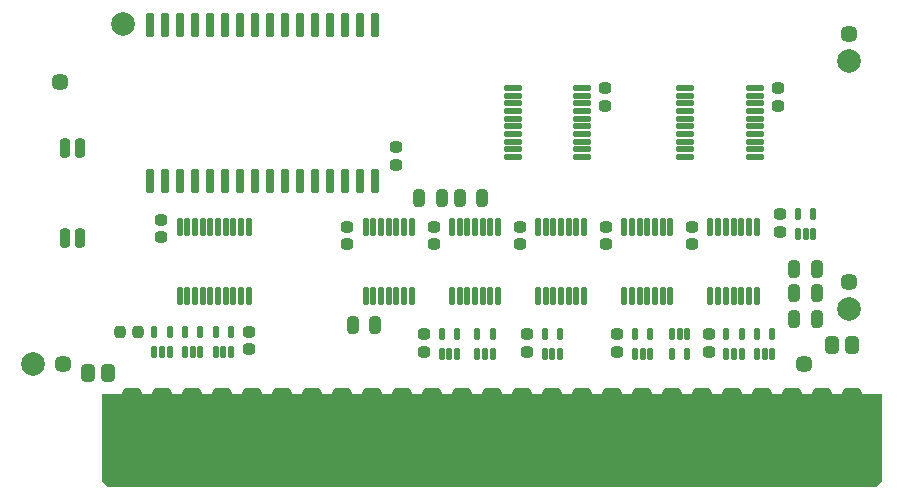
<source format=gts>
G04 #@! TF.GenerationSoftware,KiCad,Pcbnew,7.0.1-0*
G04 #@! TF.CreationDate,2024-01-06T07:24:35-05:00*
G04 #@! TF.ProjectId,RAM128,52414d31-3238-42e6-9b69-6361645f7063,1.2*
G04 #@! TF.SameCoordinates,Original*
G04 #@! TF.FileFunction,Soldermask,Top*
G04 #@! TF.FilePolarity,Negative*
%FSLAX46Y46*%
G04 Gerber Fmt 4.6, Leading zero omitted, Abs format (unit mm)*
G04 Created by KiCad (PCBNEW 7.0.1-0) date 2024-01-06 07:24:35*
%MOMM*%
%LPD*%
G01*
G04 APERTURE LIST*
G04 Aperture macros list*
%AMRoundRect*
0 Rectangle with rounded corners*
0 $1 Rounding radius*
0 $2 $3 $4 $5 $6 $7 $8 $9 X,Y pos of 4 corners*
0 Add a 4 corners polygon primitive as box body*
4,1,4,$2,$3,$4,$5,$6,$7,$8,$9,$2,$3,0*
0 Add four circle primitives for the rounded corners*
1,1,$1+$1,$2,$3*
1,1,$1+$1,$4,$5*
1,1,$1+$1,$6,$7*
1,1,$1+$1,$8,$9*
0 Add four rect primitives between the rounded corners*
20,1,$1+$1,$2,$3,$4,$5,0*
20,1,$1+$1,$4,$5,$6,$7,0*
20,1,$1+$1,$6,$7,$8,$9,0*
20,1,$1+$1,$8,$9,$2,$3,0*%
G04 Aperture macros list end*
%ADD10C,0.000000*%
%ADD11RoundRect,0.457200X0.381000X3.289000X-0.381000X3.289000X-0.381000X-3.289000X0.381000X-3.289000X0*%
%ADD12RoundRect,0.312500X0.262500X0.437500X-0.262500X0.437500X-0.262500X-0.437500X0.262500X-0.437500X0*%
%ADD13C,2.000000*%
%ADD14C,1.448000*%
%ADD15RoundRect,0.262500X-0.262500X0.212500X-0.262500X-0.212500X0.262500X-0.212500X0.262500X0.212500X0*%
%ADD16RoundRect,0.262500X0.212500X0.487500X-0.212500X0.487500X-0.212500X-0.487500X0.212500X-0.487500X0*%
%ADD17RoundRect,0.140000X-0.100000X0.400000X-0.100000X-0.400000X0.100000X-0.400000X0.100000X0.400000X0*%
%ADD18RoundRect,0.136500X-0.612500X-0.112500X0.612500X-0.112500X0.612500X0.112500X-0.612500X0.112500X0*%
%ADD19RoundRect,0.140000X0.100000X-0.400000X0.100000X0.400000X-0.100000X0.400000X-0.100000X-0.400000X0*%
%ADD20RoundRect,0.262500X0.212500X0.262500X-0.212500X0.262500X-0.212500X-0.262500X0.212500X-0.262500X0*%
%ADD21RoundRect,0.136500X0.112500X-0.612500X0.112500X0.612500X-0.112500X0.612500X-0.112500X-0.612500X0*%
%ADD22RoundRect,0.200000X-0.150000X0.802500X-0.150000X-0.802500X0.150000X-0.802500X0.150000X0.802500X0*%
%ADD23RoundRect,0.262500X-0.212500X-0.487500X0.212500X-0.487500X0.212500X0.487500X-0.212500X0.487500X0*%
%ADD24RoundRect,0.240000X0.190000X-0.572000X0.190000X0.572000X-0.190000X0.572000X-0.190000X-0.572000X0*%
%ADD25RoundRect,0.262500X0.262500X-0.212500X0.262500X0.212500X-0.262500X0.212500X-0.262500X-0.212500X0*%
G04 APERTURE END LIST*
D10*
G36*
X139700000Y-139446000D02*
G01*
X139192000Y-139954000D01*
X74168000Y-139954000D01*
X73660000Y-139446000D01*
X73660000Y-132080000D01*
X139700000Y-132080000D01*
X139700000Y-139446000D01*
G37*
D11*
X76200000Y-135282000D03*
X78740000Y-135282000D03*
X81280000Y-135282000D03*
X83820000Y-135282000D03*
X86360000Y-135282000D03*
X88900000Y-135282000D03*
X91440000Y-135282000D03*
X93980000Y-135282000D03*
X96520000Y-135282000D03*
X99060000Y-135282000D03*
X101600000Y-135282000D03*
X104140000Y-135282000D03*
X106680000Y-135282000D03*
X109220000Y-135282000D03*
X111760000Y-135282000D03*
X114300000Y-135282000D03*
X116840000Y-135282000D03*
X119380000Y-135282000D03*
X121920000Y-135282000D03*
X124460000Y-135282000D03*
X127000000Y-135282000D03*
X129540000Y-135282000D03*
X132080000Y-135282000D03*
X134620000Y-135282000D03*
X137160000Y-135282000D03*
D12*
X137160000Y-127889000D03*
X135460000Y-127889000D03*
D13*
X136906000Y-103886000D03*
D14*
X70358000Y-129540000D03*
X136906000Y-122555000D03*
D13*
X136906000Y-124841000D03*
D15*
X109600000Y-127000000D03*
X109600000Y-128500000D03*
D16*
X134150000Y-123500000D03*
X132250000Y-123500000D03*
D17*
X123200000Y-127000000D03*
X122550000Y-127000000D03*
X121900000Y-127000000D03*
X121900000Y-128700000D03*
X123200000Y-128700000D03*
D18*
X123000000Y-106150000D03*
X123000000Y-106800000D03*
X123000000Y-107450000D03*
X123000000Y-108100000D03*
X123000000Y-108750000D03*
X123000000Y-109400000D03*
X123000000Y-110050000D03*
X123000000Y-110700000D03*
X123000000Y-111350000D03*
X123000000Y-112000000D03*
X128900000Y-112000000D03*
X128900000Y-111350000D03*
X128900000Y-110700000D03*
X128900000Y-110050000D03*
X128900000Y-109400000D03*
X128900000Y-108750000D03*
X128900000Y-108100000D03*
X128900000Y-107450000D03*
X128900000Y-106800000D03*
X128900000Y-106150000D03*
D19*
X126500000Y-128700000D03*
X127150000Y-128700000D03*
X127800000Y-128700000D03*
X127800000Y-127000000D03*
X126500000Y-127000000D03*
X78050000Y-128500000D03*
X78700000Y-128500000D03*
X79350000Y-128500000D03*
X79350000Y-126800000D03*
X78050000Y-126800000D03*
D15*
X117250000Y-127000000D03*
X117250000Y-128500000D03*
D19*
X111100000Y-128700000D03*
X111750000Y-128700000D03*
X112400000Y-128700000D03*
X112400000Y-127000000D03*
X111100000Y-127000000D03*
X118750000Y-128700000D03*
X119400000Y-128700000D03*
X120050000Y-128700000D03*
X120050000Y-127000000D03*
X118750000Y-127000000D03*
D20*
X76650000Y-126800000D03*
X75150000Y-126800000D03*
D19*
X129100000Y-128700000D03*
X129750000Y-128700000D03*
X130400000Y-128700000D03*
X130400000Y-127000000D03*
X129100000Y-127000000D03*
D21*
X95950000Y-123800000D03*
X96600000Y-123800000D03*
X97250000Y-123800000D03*
X97900000Y-123800000D03*
X98550000Y-123800000D03*
X99200000Y-123800000D03*
X99850000Y-123800000D03*
X99850000Y-117900000D03*
X99200000Y-117900000D03*
X98550000Y-117900000D03*
X97900000Y-117900000D03*
X97250000Y-117900000D03*
X96600000Y-117900000D03*
X95950000Y-117900000D03*
X125150000Y-123800000D03*
X125800000Y-123800000D03*
X126450000Y-123800000D03*
X127100000Y-123800000D03*
X127750000Y-123800000D03*
X128400000Y-123800000D03*
X129050000Y-123800000D03*
X129050000Y-117900000D03*
X128400000Y-117900000D03*
X127750000Y-117900000D03*
X127100000Y-117900000D03*
X126450000Y-117900000D03*
X125800000Y-117900000D03*
X125150000Y-117900000D03*
D15*
X116300000Y-117900000D03*
X116300000Y-119400000D03*
D21*
X117850000Y-123800000D03*
X118500000Y-123800000D03*
X119150000Y-123800000D03*
X119800000Y-123800000D03*
X120450000Y-123800000D03*
X121100000Y-123800000D03*
X121750000Y-123800000D03*
X121750000Y-117900000D03*
X121100000Y-117900000D03*
X120450000Y-117900000D03*
X119800000Y-117900000D03*
X119150000Y-117900000D03*
X118500000Y-117900000D03*
X117850000Y-117900000D03*
D15*
X94400000Y-117900000D03*
X94400000Y-119400000D03*
D21*
X110550000Y-123800000D03*
X111200000Y-123800000D03*
X111850000Y-123800000D03*
X112500000Y-123800000D03*
X113150000Y-123800000D03*
X113800000Y-123800000D03*
X114450000Y-123800000D03*
X114450000Y-117900000D03*
X113800000Y-117900000D03*
X113150000Y-117900000D03*
X112500000Y-117900000D03*
X111850000Y-117900000D03*
X111200000Y-117900000D03*
X110550000Y-117900000D03*
D15*
X101700000Y-117900000D03*
X101700000Y-119400000D03*
D21*
X103250000Y-123800000D03*
X103900000Y-123800000D03*
X104550000Y-123800000D03*
X105200000Y-123800000D03*
X105850000Y-123800000D03*
X106500000Y-123800000D03*
X107150000Y-123800000D03*
X107150000Y-117900000D03*
X106500000Y-117900000D03*
X105850000Y-117900000D03*
X105200000Y-117900000D03*
X104550000Y-117900000D03*
X103900000Y-117900000D03*
X103250000Y-117900000D03*
D15*
X123600000Y-117900000D03*
X123600000Y-119400000D03*
X109000000Y-117900000D03*
X109000000Y-119400000D03*
X125000000Y-127000000D03*
X125000000Y-128500000D03*
D22*
X96774000Y-100838000D03*
X95504000Y-100838000D03*
X94234000Y-100838000D03*
X92964000Y-100838000D03*
X91694000Y-100838000D03*
X90424000Y-100838000D03*
X89154000Y-100838000D03*
X87884000Y-100838000D03*
X86614000Y-100838000D03*
X85344000Y-100838000D03*
X84074000Y-100838000D03*
X82804000Y-100838000D03*
X81534000Y-100838000D03*
X80264000Y-100838000D03*
X78994000Y-100838000D03*
X77724000Y-100838000D03*
X77724000Y-114046000D03*
X78994000Y-114046000D03*
X80264000Y-114046000D03*
X81534000Y-114046000D03*
X82804000Y-114046000D03*
X84074000Y-114046000D03*
X85344000Y-114046000D03*
X86614000Y-114046000D03*
X87884000Y-114046000D03*
X89154000Y-114046000D03*
X90424000Y-114046000D03*
X91694000Y-114046000D03*
X92964000Y-114046000D03*
X94234000Y-114046000D03*
X95504000Y-114046000D03*
X96774000Y-114046000D03*
D23*
X100500000Y-115450000D03*
X102400000Y-115450000D03*
D18*
X108400000Y-106150000D03*
X108400000Y-106800000D03*
X108400000Y-107450000D03*
X108400000Y-108100000D03*
X108400000Y-108750000D03*
X108400000Y-109400000D03*
X108400000Y-110050000D03*
X108400000Y-110700000D03*
X108400000Y-111350000D03*
X108400000Y-112000000D03*
X114300000Y-112000000D03*
X114300000Y-111350000D03*
X114300000Y-110700000D03*
X114300000Y-110050000D03*
X114300000Y-109400000D03*
X114300000Y-108750000D03*
X114300000Y-108100000D03*
X114300000Y-107450000D03*
X114300000Y-106800000D03*
X114300000Y-106150000D03*
D15*
X116250000Y-106150000D03*
X116250000Y-107650000D03*
X130850000Y-106150000D03*
X130850000Y-107650000D03*
D13*
X67818000Y-129540000D03*
X75438000Y-100711000D03*
D21*
X80200000Y-123800000D03*
X80850000Y-123800000D03*
X81500000Y-123800000D03*
X82150000Y-123800000D03*
X82800000Y-123800000D03*
X83450000Y-123800000D03*
X84100000Y-123800000D03*
X84750000Y-123800000D03*
X85400000Y-123800000D03*
X86050000Y-123800000D03*
X86050000Y-117900000D03*
X85400000Y-117900000D03*
X84750000Y-117900000D03*
X84100000Y-117900000D03*
X83450000Y-117900000D03*
X82800000Y-117900000D03*
X82150000Y-117900000D03*
X81500000Y-117900000D03*
X80850000Y-117900000D03*
X80200000Y-117900000D03*
D12*
X74150000Y-130300000D03*
X72450000Y-130300000D03*
D19*
X80650000Y-128500000D03*
X81300000Y-128500000D03*
X81950000Y-128500000D03*
X81950000Y-126800000D03*
X80650000Y-126800000D03*
X83250000Y-128500000D03*
X83900000Y-128500000D03*
X84550000Y-128500000D03*
X84550000Y-126800000D03*
X83250000Y-126800000D03*
D15*
X86050000Y-126800000D03*
X86050000Y-128300000D03*
X78600000Y-117300000D03*
X78600000Y-118800000D03*
D14*
X133096000Y-129540000D03*
D19*
X132550000Y-118550000D03*
X133200000Y-118550000D03*
X133850000Y-118550000D03*
X133850000Y-116850000D03*
X132550000Y-116850000D03*
D15*
X131050000Y-116850000D03*
X131050000Y-118350000D03*
D16*
X134150000Y-125700000D03*
X132250000Y-125700000D03*
X105800000Y-115450000D03*
X103900000Y-115450000D03*
D14*
X136906000Y-101600000D03*
D23*
X132250000Y-121500000D03*
X134150000Y-121500000D03*
D14*
X70104000Y-105664000D03*
D24*
X70485000Y-118872000D03*
X71755000Y-118872000D03*
X71755000Y-111252000D03*
X70485000Y-111252000D03*
D15*
X100900000Y-127000000D03*
X100900000Y-128500000D03*
D19*
X105400000Y-128700000D03*
X106050000Y-128700000D03*
X106700000Y-128700000D03*
X106700000Y-127000000D03*
X105400000Y-127000000D03*
D25*
X98500000Y-112700000D03*
X98500000Y-111200000D03*
D19*
X102400000Y-128700000D03*
X103050000Y-128700000D03*
X103700000Y-128700000D03*
X103700000Y-127000000D03*
X102400000Y-127000000D03*
D16*
X96750000Y-126250000D03*
X94850000Y-126250000D03*
M02*

</source>
